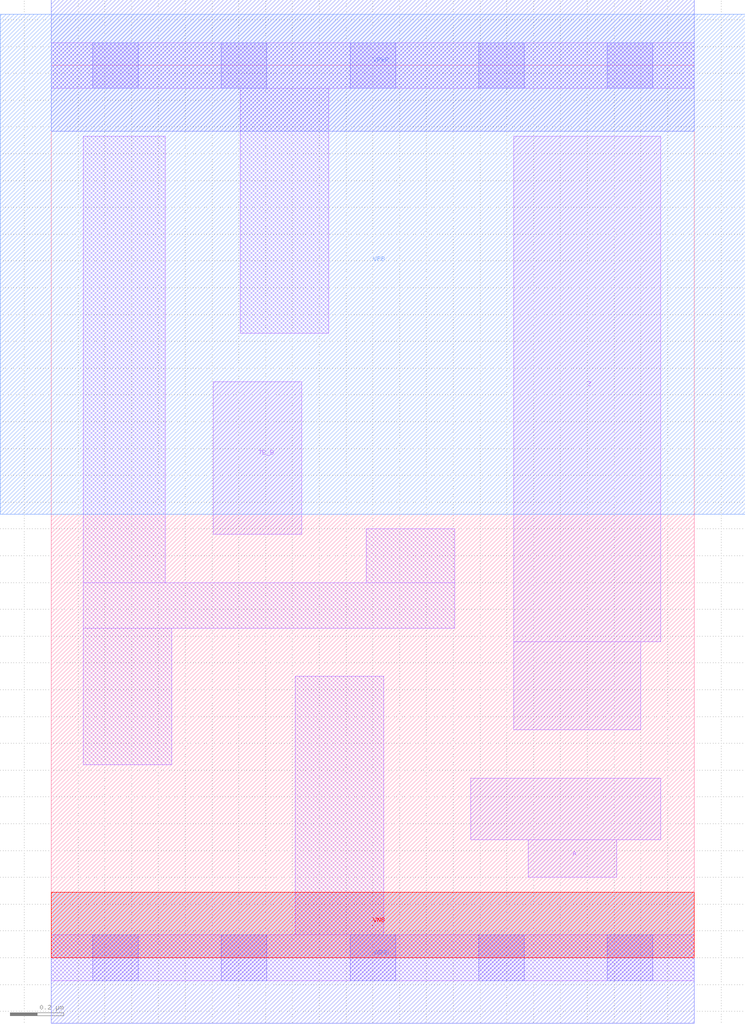
<source format=lef>
# Copyright 2020 The SkyWater PDK Authors
#
# Licensed under the Apache License, Version 2.0 (the "License");
# you may not use this file except in compliance with the License.
# You may obtain a copy of the License at
#
#     https://www.apache.org/licenses/LICENSE-2.0
#
# Unless required by applicable law or agreed to in writing, software
# distributed under the License is distributed on an "AS IS" BASIS,
# WITHOUT WARRANTIES OR CONDITIONS OF ANY KIND, either express or implied.
# See the License for the specific language governing permissions and
# limitations under the License.
#
# SPDX-License-Identifier: Apache-2.0

VERSION 5.7 ;
  NOWIREEXTENSIONATPIN ON ;
  DIVIDERCHAR "/" ;
  BUSBITCHARS "[]" ;
MACRO sky130_fd_sc_lp__einvn_lp
  CLASS CORE ;
  FOREIGN sky130_fd_sc_lp__einvn_lp ;
  ORIGIN  0.000000  0.000000 ;
  SIZE  2.400000 BY  3.330000 ;
  SYMMETRY X Y R90 ;
  SITE unit ;
  PIN A
    ANTENNAGATEAREA  0.313000 ;
    DIRECTION INPUT ;
    USE SIGNAL ;
    PORT
      LAYER li1 ;
        RECT 1.565000 0.440000 2.275000 0.670000 ;
        RECT 1.780000 0.300000 2.110000 0.440000 ;
    END
  END A
  PIN TE_B
    ANTENNAGATEAREA  0.626000 ;
    DIRECTION INPUT ;
    USE SIGNAL ;
    PORT
      LAYER li1 ;
        RECT 0.605000 1.580000 0.935000 2.150000 ;
    END
  END TE_B
  PIN Z
    ANTENNADIFFAREA  0.404700 ;
    DIRECTION OUTPUT ;
    USE SIGNAL ;
    PORT
      LAYER li1 ;
        RECT 1.725000 0.850000 2.200000 1.180000 ;
        RECT 1.725000 1.180000 2.275000 3.065000 ;
    END
  END Z
  PIN VGND
    DIRECTION INOUT ;
    USE GROUND ;
    PORT
      LAYER met1 ;
        RECT 0.000000 -0.245000 2.400000 0.245000 ;
    END
  END VGND
  PIN VNB
    DIRECTION INOUT ;
    USE GROUND ;
    PORT
      LAYER pwell ;
        RECT 0.000000 0.000000 2.400000 0.245000 ;
    END
  END VNB
  PIN VPB
    DIRECTION INOUT ;
    USE POWER ;
    PORT
      LAYER nwell ;
        RECT -0.190000 1.655000 2.590000 3.520000 ;
    END
  END VPB
  PIN VPWR
    DIRECTION INOUT ;
    USE POWER ;
    PORT
      LAYER met1 ;
        RECT 0.000000 3.085000 2.400000 3.575000 ;
    END
  END VPWR
  OBS
    LAYER li1 ;
      RECT 0.000000 -0.085000 2.400000 0.085000 ;
      RECT 0.000000  3.245000 2.400000 3.415000 ;
      RECT 0.120000  0.720000 0.450000 1.230000 ;
      RECT 0.120000  1.230000 1.505000 1.400000 ;
      RECT 0.120000  1.400000 0.425000 3.065000 ;
      RECT 0.705000  2.330000 1.035000 3.245000 ;
      RECT 0.910000  0.085000 1.240000 1.050000 ;
      RECT 1.175000  1.400000 1.505000 1.600000 ;
    LAYER mcon ;
      RECT 0.155000 -0.085000 0.325000 0.085000 ;
      RECT 0.155000  3.245000 0.325000 3.415000 ;
      RECT 0.635000 -0.085000 0.805000 0.085000 ;
      RECT 0.635000  3.245000 0.805000 3.415000 ;
      RECT 1.115000 -0.085000 1.285000 0.085000 ;
      RECT 1.115000  3.245000 1.285000 3.415000 ;
      RECT 1.595000 -0.085000 1.765000 0.085000 ;
      RECT 1.595000  3.245000 1.765000 3.415000 ;
      RECT 2.075000 -0.085000 2.245000 0.085000 ;
      RECT 2.075000  3.245000 2.245000 3.415000 ;
  END
END sky130_fd_sc_lp__einvn_lp
END LIBRARY

</source>
